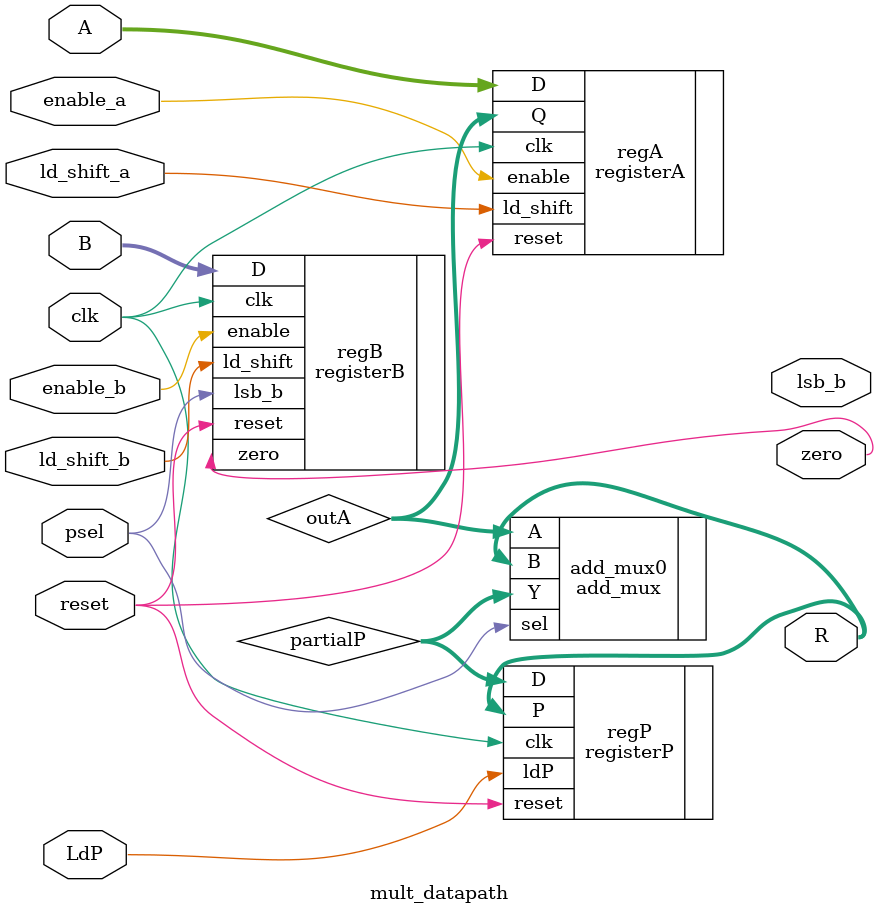
<source format=v>
`timescale 1ns / 1ps
module mult_datapath #(parameter N = 4)(
	input clk,
	input reset,
	input enable_a, //enable turns on the datapath
	input ld_shift_a, //shift at the next clock cycle
	input enable_b,
	input ld_shift_b,
	input LdP,
	input psel, //selects whether zero or the multiplicand should be added to partial product
	input [N-1:0] A,
	input [N-1:0] B,
	output [2*N-1:0] R,
	output zero, //zero flag to say multiplier is zero
	output lsb_b //least significant bit of b
	);

wire [2*N-1:0] outA;
wire [2*N-1:0] partialP;

registerA regA(.reset(reset), .enable(enable_a), .ld_shift(ld_shift_a), .clk(clk),
.D(A), .Q(outA));

registerB regB(.reset(reset), .enable(enable_b), .ld_shift(ld_shift_b), .clk(clk),
.D(B), .zero(zero), .lsb_b(psel));

add_mux add_mux0 (.A(outA), .B(R), .sel(psel), .Y(partialP));

registerP regP(.reset(reset), .clk(clk), .ldP(LdP), .D(partialP), .P(R));

endmodule

</source>
